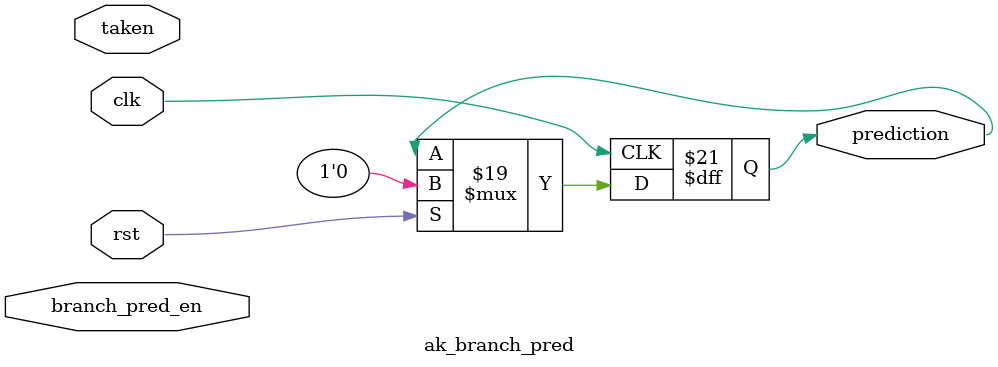
<source format=sv>
`timescale 1ns / 1ps


module ak_branch_pred(
                    input clk,
                    input rst,
                    input branch_pred_en,
                    input [1:0] taken,
                    output reg prediction
                    );
////////////////////////////////////////
    reg pred_state;
////////////////////////////////////////
localparam WILL_NOT_HAPPEN = 2'd0;
localparam WILL_HAPPEN = 2'd1;
////////////////////////////////////////
    always @(posedge clk)begin
        if(rst)begin
            prediction <= 0;
        end
        else if(branch_pred_en)begin
            case(pred_state)
            WILL_NOT_HAPPEN:begin
                if(taken)begin
                    pred_state <= WILL_HAPPEN;
                end
                else begin
                    pred_state <= WILL_NOT_HAPPEN;
                end
            end
            WILL_HAPPEN:begin
                if(taken)begin
                    pred_state <= WILL_HAPPEN;
                end
                else begin
                    pred_state <= WILL_NOT_HAPPEN;
                end
            end
            endcase
        end
    end
endmodule

</source>
